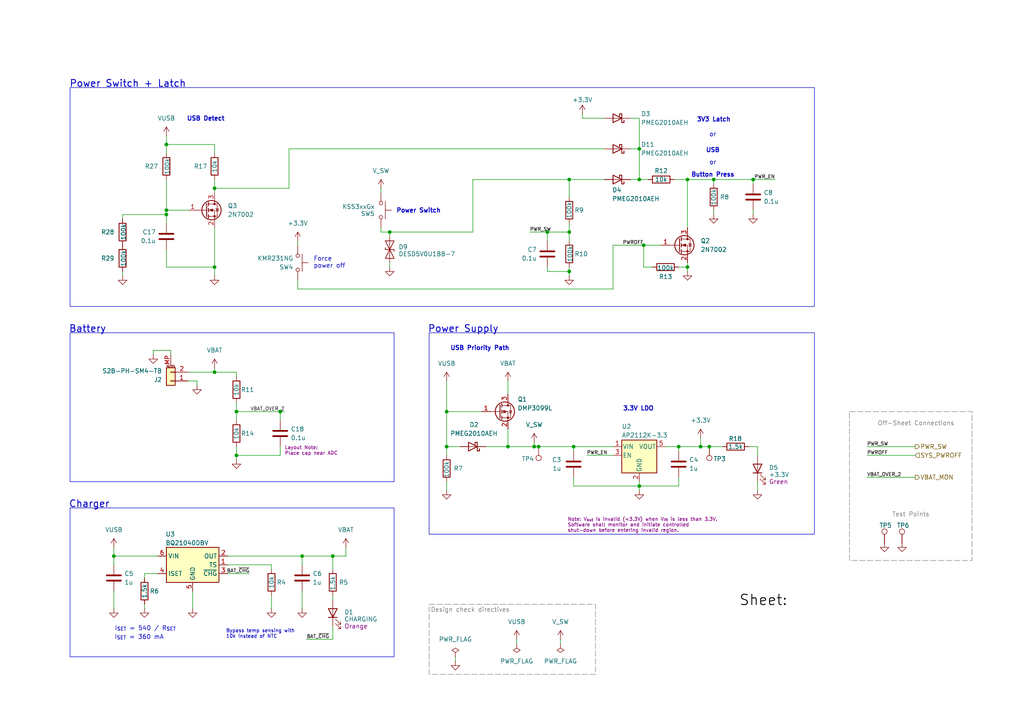
<source format=kicad_sch>
(kicad_sch (version 20250114) (generator "eeschema") (generator_version "9.0")
  (paper "A4")
  (title_block (title "${TITLE}") (date "2025-04-06") (rev "${REVISION}") (company "${COMPANY}") (comment 1 "${LICENSE}") (comment 2 "${COPYRIGHT}"))
  (lib_symbols
    (symbol "Battery_Management:BQ21040DBV"
      (property "Reference" "U" (at -7.62 6.35 0))
      (property "Value" "BQ21040DBV" (at 1.27 6.35 0))
      (symbol "BQ21040DBV_0_1"
        (rectangle (start -7.62 5.08) (end 7.62 -5.08) (stroke (width 0.254)) (fill (type background)))
      )
      (symbol "BQ21040DBV_1_1"
        (pin power_in line (at -10.16 2.54 0) (length 2.54) (name "VIN") (number "6"))
        (pin input line (at -10.16 -2.54 0) (length 2.54) (name "ISET") (number "4"))
        (pin power_in line (at 0 -7.62 90) (length 2.54) (name "GND") (number "5"))
        (pin power_out line (at 10.16 2.54 180) (length 2.54) (name "OUT") (number "2"))
        (pin input line (at 10.16 0 180) (length 2.54) (name "TS") (number "1"))
        (pin open_collector line (at 10.16 -2.54 180) (length 2.54) (name "~{CHG}") (number "3"))
      )
    )
    (symbol "Connector:TestPoint" (pin_numbers (hide yes)) (pin_names (offset 0.762) (hide yes))
      (property "Reference" "TP" (at 0 6.858 0))
      (property "Value" "TestPoint" (at 0 5.08 0))
      (symbol "TestPoint_0_1"
        (circle (center 0 3.302) (radius 0.762))
      )
      (symbol "TestPoint_1_1"
        (pin passive line (at 0 0 90) (length 2.54) (name "1") (number "1"))
      )
    )
    (symbol "Connector_Generic_MountingPin:Conn_01x02_MountingPin" (pin_names (offset 1.016) (hide yes))
      (property "Reference" "J" (at 0 2.54 0))
      (property "Value" "Conn_01x02_MountingPin" (at 1.27 -5.08 0))
      (symbol "Conn_01x02_MountingPin_1_1"
        (rectangle (start -1.27 1.27) (end 1.27 -3.81) (stroke (width 0.254)) (fill (type background)))
        (rectangle (start -1.27 0.127) (end 0 -0.127) (stroke (width 0.1524)))
        (rectangle (start -1.27 -2.413) (end 0 -2.667) (stroke (width 0.1524)))
        (polyline (pts (xy -1.016 -4.572) (xy 1.016 -4.572)) (stroke (width 0.1524)))
        (text "Mounting" (at 0 -4.191 0) (effects (font (size 0.381 0.381))))
        (pin passive line (at -5.08 0 0) (length 3.81) (name "Pin_1") (number "1"))
        (pin passive line (at -5.08 -2.54 0) (length 3.81) (name "Pin_2") (number "2"))
        (pin passive line (at 0 -7.62 90) (length 3.048) (name "MountPin") (number "MP"))
      )
    )
    (symbol "Device:C" (pin_numbers (hide yes)) (pin_names (offset 0.254))
      (property "Reference" "C" (at 0.635 2.54 0))
      (property "Value" "C" (at 0.635 -2.54 0))
      (symbol "C_0_1"
        (polyline (pts (xy -2.032 0.762) (xy 2.032 0.762)) (stroke (width 0.508)))
        (polyline (pts (xy -2.032 -0.762) (xy 2.032 -0.762)) (stroke (width 0.508)))
      )
      (symbol "C_1_1"
        (pin passive line (at 0 3.81 270) (length 2.794) (name "~") (number "1"))
        (pin passive line (at 0 -3.81 90) (length 2.794) (name "~") (number "2"))
      )
    )
    (symbol "Device:LED" (pin_numbers (hide yes)) (pin_names (offset 1.016) (hide yes))
      (property "Reference" "D" (at 0 2.54 0))
      (property "Value" "LED" (at 0 -2.54 0))
      (symbol "LED_0_1"
        (polyline (pts (xy -3.048 -0.762) (xy -4.572 -2.286) (xy -3.81 -2.286) (xy -4.572 -2.286) (xy -4.572 -1.524)))
        (polyline (pts (xy -1.778 -0.762) (xy -3.302 -2.286) (xy -2.54 -2.286) (xy -3.302 -2.286) (xy -3.302 -1.524)))
        (polyline (pts (xy -1.27 0) (xy 1.27 0)))
        (polyline (pts (xy -1.27 -1.27) (xy -1.27 1.27)) (stroke (width 0.254)))
        (polyline (pts (xy 1.27 -1.27) (xy 1.27 1.27) (xy -1.27 0) (xy 1.27 -1.27)) (stroke (width 0.254)))
      )
      (symbol "LED_1_1"
        (pin passive line (at -3.81 0 0) (length 2.54) (name "K") (number "1"))
        (pin passive line (at 3.81 0 180) (length 2.54) (name "A") (number "2"))
      )
    )
    (symbol "Device:R" (pin_numbers (hide yes)) (pin_names (offset 0))
      (property "Reference" "R" (at 2.032 0 90))
      (property "Value" "R" (at 0 0 90))
      (symbol "R_0_1"
        (rectangle (start -1.016 -2.54) (end 1.016 2.54) (stroke (width 0.254)))
      )
      (symbol "R_1_1"
        (pin passive line (at 0 3.81 270) (length 1.27) (name "~") (number "1"))
        (pin passive line (at 0 -3.81 90) (length 1.27) (name "~") (number "2"))
      )
    )
    (symbol "Diode:ESD9B5.0ST5G" (pin_numbers (hide yes)) (pin_names (offset 1.016) (hide yes))
      (property "Reference" "D" (at 0 2.54 0))
      (property "Value" "ESD9B5.0ST5G" (at 0 -2.54 0))
      (symbol "ESD9B5.0ST5G_0_1"
        (polyline (pts (xy -2.54 -1.27) (xy 0 0) (xy -2.54 1.27) (xy -2.54 -1.27)) (stroke (width 0.2032)))
        (polyline (pts (xy 0.508 1.27) (xy 0 1.27) (xy 0 -1.27) (xy -0.508 -1.27)) (stroke (width 0.2032)))
        (polyline (pts (xy 1.27 0) (xy -1.27 0)))
        (polyline (pts (xy 2.54 1.27) (xy 2.54 -1.27) (xy 0 0) (xy 2.54 1.27)) (stroke (width 0.2032)))
      )
      (symbol "ESD9B5.0ST5G_1_1"
        (pin passive line (at -3.81 0 0) (length 2.54) (name "A1") (number "1"))
        (pin passive line (at 3.81 0 180) (length 2.54) (name "A2") (number "2"))
      )
    )
    (symbol "Diode:MBR0520" (pin_numbers (hide yes)) (pin_names (offset 1.016) (hide yes))
      (property "Reference" "D" (at 0 2.54 0))
      (property "Value" "MBR0520" (at 0 -2.54 0))
      (symbol "MBR0520_0_1"
        (polyline (pts (xy -1.905 0.635) (xy -1.905 1.27) (xy -1.27 1.27) (xy -1.27 -1.27) (xy -0.635 -1.27) (xy -0.635 -0.635)) (stroke (width 0.254)))
        (polyline (pts (xy 1.27 1.27) (xy 1.27 -1.27) (xy -1.27 0) (xy 1.27 1.27)) (stroke (width 0.254)))
        (polyline (pts (xy 1.27 0) (xy -1.27 0)))
      )
      (symbol "MBR0520_1_1"
        (pin passive line (at -3.81 0 0) (length 2.54) (name "K") (number "1"))
        (pin passive line (at 3.81 0 180) (length 2.54) (name "A") (number "2"))
      )
    )
    (symbol "Regulator_Linear:AP2112K-3.3" (pin_names (offset 0.254))
      (property "Reference" "U" (at -5.08 5.715 0))
      (property "Value" "AP2112K-3.3" (at 0 5.715 0))
      (symbol "AP2112K-3.3_0_1"
        (rectangle (start -5.08 4.445) (end 5.08 -5.08) (stroke (width 0.254)) (fill (type background)))
      )
      (symbol "AP2112K-3.3_1_1"
        (pin power_in line (at -7.62 2.54 0) (length 2.54) (name "VIN") (number "1"))
        (pin input line (at -7.62 0 0) (length 2.54) (name "EN") (number "3"))
        (pin power_in line (at 0 -7.62 90) (length 2.54) (name "GND") (number "2"))
        (pin no_connect line (at 5.08 0 180) (length 2.54) (hide yes) (name "NC") (number "4"))
        (pin power_out line (at 7.62 2.54 180) (length 2.54) (name "VOUT") (number "5"))
      )
    )
    (symbol "Switch:SW_Push" (pin_numbers (hide yes)) (pin_names (offset 1.016) (hide yes))
      (property "Reference" "SW" (at 1.27 2.54 0))
      (property "Value" "SW_Push" (at 0 -1.524 0))
      (symbol "SW_Push_0_1"
        (circle (center -2.032 0) (radius 0.508))
        (polyline (pts (xy 0 1.27) (xy 0 3.048)))
        (circle (center 2.032 0) (radius 0.508))
        (polyline (pts (xy 2.54 1.27) (xy -2.54 1.27)))
        (pin passive line (at -5.08 0 0) (length 2.54) (name "1") (number "1"))
        (pin passive line (at 5.08 0 180) (length 2.54) (name "2") (number "2"))
      )
    )
    (symbol "Transistor_FET:2N7002" (pin_names (hide yes))
      (property "Reference" "Q" (at 5.08 1.905 0))
      (property "Value" "2N7002" (at 5.08 0 0))
      (symbol "2N7002_0_1"
        (polyline (pts (xy 0.254 1.905) (xy 0.254 -1.905)) (stroke (width 0.254)))
        (polyline (pts (xy 0.254 0) (xy -2.54 0)))
        (polyline (pts (xy 0.762 2.286) (xy 0.762 1.27)) (stroke (width 0.254)))
        (polyline (pts (xy 0.762 0.508) (xy 0.762 -0.508)) (stroke (width 0.254)))
        (polyline (pts (xy 0.762 -1.27) (xy 0.762 -2.286)) (stroke (width 0.254)))
        (polyline (pts (xy 0.762 -1.778) (xy 3.302 -1.778) (xy 3.302 1.778) (xy 0.762 1.778)))
        (polyline (pts (xy 1.016 0) (xy 2.032 0.381) (xy 2.032 -0.381) (xy 1.016 0)) (fill (type outline)))
        (circle (center 1.651 0) (radius 2.794) (stroke (width 0.254)))
        (polyline (pts (xy 2.54 2.54) (xy 2.54 1.778)))
        (circle (center 2.54 1.778) (radius 0.254) (fill (type outline)))
        (circle (center 2.54 -1.778) (radius 0.254) (fill (type outline)))
        (polyline (pts (xy 2.54 -2.54) (xy 2.54 0) (xy 0.762 0)))
        (polyline (pts (xy 2.794 0.508) (xy 2.921 0.381) (xy 3.683 0.381) (xy 3.81 0.254)))
        (polyline (pts (xy 3.302 0.381) (xy 2.921 -0.254) (xy 3.683 -0.254) (xy 3.302 0.381)))
      )
      (symbol "2N7002_1_1"
        (pin input line (at -5.08 0 0) (length 2.54) (name "G") (number "1"))
        (pin passive line (at 2.54 5.08 270) (length 2.54) (name "D") (number "3"))
        (pin passive line (at 2.54 -5.08 90) (length 2.54) (name "S") (number "2"))
      )
    )
    (symbol "Transistor_FET:DMP3099L" (pin_names (offset 0) (hide yes))
      (property "Reference" "Q" (at 5.08 1.905 0))
      (property "Value" "DMP3099L" (at 5.08 0 0))
      (symbol "DMP3099L_0_1"
        (polyline (pts (xy 0.254 1.905) (xy 0.254 -1.905)) (stroke (width 0.254)))
        (polyline (pts (xy 0.254 0) (xy -2.54 0)))
        (polyline (pts (xy 0.762 2.286) (xy 0.762 1.27)) (stroke (width 0.254)))
        (polyline (pts (xy 0.762 1.778) (xy 3.302 1.778) (xy 3.302 -1.778) (xy 0.762 -1.778)))
        (polyline (pts (xy 0.762 0.508) (xy 0.762 -0.508)) (stroke (width 0.254)))
        (polyline (pts (xy 0.762 -1.27) (xy 0.762 -2.286)) (stroke (width 0.254)))
        (circle (center 1.651 0) (radius 2.794) (stroke (width 0.254)))
        (polyline (pts (xy 2.286 0) (xy 1.27 0.381) (xy 1.27 -0.381) (xy 2.286 0)) (fill (type outline)))
        (polyline (pts (xy 2.54 2.54) (xy 2.54 1.778)))
        (circle (center 2.54 1.778) (radius 0.254) (fill (type outline)))
        (circle (center 2.54 -1.778) (radius 0.254) (fill (type outline)))
        (polyline (pts (xy 2.54 -2.54) (xy 2.54 0) (xy 0.762 0)))
        (polyline (pts (xy 2.921 -0.381) (xy 3.683 -0.381)))
        (polyline (pts (xy 3.302 -0.381) (xy 2.921 0.254) (xy 3.683 0.254) (xy 3.302 -0.381)))
      )
      (symbol "DMP3099L_1_1"
        (pin input line (at -5.08 0 0) (length 2.54) (name "G") (number "1"))
        (pin passive line (at 2.54 5.08 270) (length 2.54) (name "D") (number "3"))
        (pin passive line (at 2.54 -5.08 90) (length 2.54) (name "S") (number "2"))
      )
    )
    (symbol "power:+3.3V" (power) (pin_numbers (hide yes)) (pin_names (offset 0) (hide yes))
      (property "Value" "+3.3V" (at 0 3.556 0))
      (symbol "+3.3V_0_1"
        (polyline (pts (xy -0.762 1.27) (xy 0 2.54)))
        (polyline (pts (xy 0 2.54) (xy 0.762 1.27)))
        (polyline (pts (xy 0 0) (xy 0 2.54)))
      )
      (symbol "+3.3V_1_1"
        (pin power_in line (at 0 0 90) (length 0) (name "~") (number "1"))
      )
    )
    (symbol "power:GND" (power) (pin_numbers (hide yes)) (pin_names (offset 0) (hide yes))
      (property "Value" "GND" (at 0 -3.81 0))
      (symbol "GND_0_1"
        (polyline (pts (xy 0 0) (xy 0 -1.27) (xy 1.27 -1.27) (xy 0 -2.54) (xy -1.27 -1.27) (xy 0 -1.27)))
      )
      (symbol "GND_1_1"
        (pin power_in line (at 0 0 270) (length 0) (name "~") (number "1"))
      )
    )
    (symbol "power:PWR_FLAG" (power) (pin_numbers (hide yes)) (pin_names (offset 0) (hide yes))
      (property "Value" "PWR_FLAG" (at 0 3.81 0))
      (symbol "PWR_FLAG_0_0"
        (pin power_out line (at 0 0 90) (length 0) (name "~") (number "1"))
      )
      (symbol "PWR_FLAG_0_1"
        (polyline (pts (xy 0 0) (xy 0 1.27) (xy -1.016 1.905) (xy 0 2.54) (xy 1.016 1.905) (xy 0 1.27)))
      )
    )
    (symbol "power:VBUS" (power) (pin_numbers (hide yes)) (pin_names (offset 0) (hide yes))
      (property "Value" "VBUS" (at 0 3.556 0))
      (symbol "VBUS_0_1"
        (polyline (pts (xy -0.762 1.27) (xy 0 2.54)))
        (polyline (pts (xy 0 2.54) (xy 0.762 1.27)))
        (polyline (pts (xy 0 0) (xy 0 2.54)))
      )
      (symbol "VBUS_1_1"
        (pin power_in line (at 0 0 90) (length 0) (name "~") (number "1"))
      )
    )
  )
  (rectangle (start 124.46 96.52) (end 236.22 154.94))
  (rectangle (start 20.32 96.52) (end 114.3 139.7))
  (rectangle (start 20.32 147.32) (end 114.3 190.5))
  (rectangle (start 124.46 175.26) (end 172.72 195.58) (stroke (width 0) (type dash) (color 132 132 132 1)))
  (rectangle (start 246.38 119.38) (end 281.94 162.56) (stroke (width 0) (type dash) (color 132 132 132 1)))
  (rectangle (start 20.32 25.4) (end 236.22 88.9))
  (text "Power Switch" (at 121.412 61.214 0) (effects (font (size 1.27 1.27) (thickness 0.254) (bold yes))))
  (text "Power Supply" (at 134.366 95.504 0) (effects (font (size 2 2) (thickness 0.254) (bold yes))))
  (text "or" (at 206.756 47.244 0) (effects (font (size 1.27 1.27) (thickness 0.1588))))
  (text "I_{SET} = 540 / R_{SET}" (at 42.164 182.372 0) (effects (font (size 1.27 1.27))))
  (text "3V3 Latch" (at 207.01 34.798 0) (effects (font (size 1.27 1.27) (thickness 0.254) (bold yes))))
  (text "3.3V LDO" (at 185.166 118.618 0) (effects (font (size 1.27 1.27) (thickness 0.254) (bold yes))))
  (text "USB Priority Path" (at 139.192 101.092 0) (effects (font (size 1.27 1.27) (thickness 0.254) (bold yes))))
  (text "or" (at 206.756 39.116 0) (effects (font (size 1.27 1.27) (thickness 0.1588))))
  (text "Note: V_{out} is invalid (<3.3V) when V_{IN} is less than 3.3V.\nSoftware shall monitor and initiate controlled\nshut-down before entering invalid region." (at 164.592 152.4 0) (effects (font (size 1 1)) (justify left)))
  (text "Force\npower off" (at 90.932 76.2 0) (effects (font (size 1.27 1.27)) (justify left)))
  (text "Test Points" (at 264.16 149.352 0) (effects (font (size 1.27 1.27) (thickness 0.1588))))
  (text "Bypass temp sensing with\n10k instead of NTC" (at 65.532 183.896 0) (effects (font (size 1 1)) (justify left)))
  (text "Charger" (at 25.908 146.304 0) (effects (font (size 2 2) (thickness 0.254) (bold yes))))
  (text "Design check directives" (at 136.398 177.038 0) (effects (font (size 1.27 1.27) (thickness 0.1588))))
  (text "I_{SET} = 360 mA" (at 40.386 184.912 0) (effects (font (size 1.27 1.27))))
  (text "Button Press" (at 206.756 50.8 0) (effects (font (size 1.27 1.27) (thickness 0.254) (bold yes))))
  (text "Layout Note:\nPlace cap near ADC" (at 82.55 130.81 0) (effects (font (size 1 1)) (justify left)))
  (text "USB Detect" (at 59.69 34.544 0) (effects (font (size 1.27 1.27) (thickness 0.254) (bold yes))))
  (text "Battery" (at 25.4 95.504 0) (effects (font (size 2 2) (thickness 0.254) (bold yes))))
  (text "Off-Sheet Connections" (at 265.684 122.936 0) (effects (font (size 1.27 1.27) (thickness 0.1588))))
  (text "USB" (at 206.756 43.688 0) (effects (font (size 1.27 1.27) (thickness 0.254) (bold yes))))
  (text "Power Switch + Latch" (at 37.084 24.384 0) (effects (font (size 2 2) (thickness 0.254) (bold yes))))
  (text_box "Sheet: ${SHEETNAME}" (at 213.36 167.64 0) (size 71.12 12.7) (margins 0.9525 0.9525 0.9525 0.9525) (stroke (width -0.0001)) (effects (font (size 3 3) (thickness 0.254) (bold yes)) (justify left)))
  (junction (at 62.23 54.61))
  (junction (at 62.23 77.47))
  (junction (at 203.2 129.54))
  (junction (at 218.44 52.07))
  (junction (at 48.26 62.23))
  (junction (at 185.42 43.18))
  (junction (at 154.94 129.54))
  (junction (at 68.58 132.08))
  (junction (at 129.54 119.38))
  (junction (at 196.85 129.54))
  (junction (at 156.21 129.54))
  (junction (at 199.39 77.47))
  (junction (at 62.23 107.95))
  (junction (at 48.26 41.91))
  (junction (at 166.37 129.54))
  (junction (at 129.54 129.54))
  (junction (at 207.01 52.07))
  (junction (at 205.74 129.54))
  (junction (at 68.58 119.38))
  (junction (at 81.28 119.38))
  (junction (at 96.52 161.29))
  (junction (at 165.1 67.31))
  (junction (at 185.42 140.97))
  (junction (at 186.69 71.12))
  (junction (at 48.26 60.96))
  (junction (at 165.1 52.07))
  (junction (at 87.63 161.29))
  (junction (at 199.39 52.07))
  (junction (at 185.42 52.07))
  (junction (at 113.03 67.31))
  (junction (at 158.75 67.31))
  (junction (at 147.32 129.54))
  (junction (at 33.02 161.29))
  (junction (at 165.1 78.74))
  (wire (pts (xy 251.46 138.43) (xy 265.43 138.43)))
  (wire (pts (xy 182.88 43.18) (xy 185.42 43.18)))
  (wire (pts (xy 207.01 60.96) (xy 207.01 62.23)))
  (wire (pts (xy 182.88 34.29) (xy 185.42 34.29)))
  (wire (pts (xy 196.85 129.54) (xy 203.2 129.54)))
  (wire (pts (xy 110.49 54.61) (xy 110.49 55.88)))
  (wire (pts (xy 33.02 171.45) (xy 33.02 176.53)))
  (wire (pts (xy 68.58 129.54) (xy 68.58 132.08)))
  (wire (pts (xy 48.26 52.07) (xy 48.26 60.96)))
  (wire (pts (xy 251.46 129.54) (xy 265.43 129.54)))
  (wire (pts (xy 137.16 67.31) (xy 137.16 52.07)))
  (wire (pts (xy 81.28 119.38) (xy 81.28 121.92)))
  (wire (pts (xy 166.37 129.54) (xy 177.8 129.54)))
  (wire (pts (xy 195.58 52.07) (xy 199.39 52.07)))
  (wire (pts (xy 129.54 129.54) (xy 129.54 132.08)))
  (wire (pts (xy 219.71 129.54) (xy 219.71 132.08)))
  (wire (pts (xy 41.91 175.26) (xy 41.91 176.53)))
  (wire (pts (xy 207.01 52.07) (xy 207.01 53.34)))
  (wire (pts (xy 186.69 77.47) (xy 186.69 71.12)))
  (wire (pts (xy 166.37 138.43) (xy 166.37 140.97)))
  (wire (pts (xy 158.75 67.31) (xy 153.67 67.31)))
  (wire (pts (xy 48.26 41.91) (xy 62.23 41.91)))
  (wire (pts (xy 87.63 161.29) (xy 87.63 163.83)))
  (wire (pts (xy 62.23 107.95) (xy 68.58 107.95)))
  (wire (pts (xy 166.37 129.54) (xy 166.37 130.81)))
  (wire (pts (xy 66.04 161.29) (xy 87.63 161.29)))
  (wire (pts (xy 54.61 110.49) (xy 57.15 110.49)))
  (wire (pts (xy 132.08 191.77) (xy 132.08 190.5)))
  (wire (pts (xy 165.1 67.31) (xy 165.1 69.85)))
  (wire (pts (xy 199.39 52.07) (xy 207.01 52.07)))
  (wire (pts (xy 205.74 129.54) (xy 209.55 129.54)))
  (wire (pts (xy 129.54 119.38) (xy 139.7 119.38)))
  (wire (pts (xy 62.23 55.88) (xy 62.23 54.61)))
  (wire (pts (xy 251.46 132.08) (xy 265.43 132.08)))
  (wire (pts (xy 156.21 129.54) (xy 166.37 129.54)))
  (wire (pts (xy 203.2 129.54) (xy 205.74 129.54)))
  (wire (pts (xy 196.85 140.97) (xy 185.42 140.97)))
  (wire (pts (xy 48.26 72.39) (xy 48.26 77.47)))
  (wire (pts (xy 185.42 34.29) (xy 185.42 43.18)))
  (wire (pts (xy 62.23 106.68) (xy 62.23 107.95)))
  (wire (pts (xy 154.94 128.27) (xy 154.94 129.54)))
  (wire (pts (xy 165.1 52.07) (xy 175.26 52.07)))
  (wire (pts (xy 203.2 127) (xy 203.2 129.54)))
  (wire (pts (xy 113.03 67.31) (xy 137.16 67.31)))
  (wire (pts (xy 189.23 77.47) (xy 186.69 77.47)))
  (wire (pts (xy 166.37 140.97) (xy 185.42 140.97)))
  (wire (pts (xy 83.82 43.18) (xy 175.26 43.18)))
  (wire (pts (xy 165.1 67.31) (xy 158.75 67.31)))
  (wire (pts (xy 48.26 41.91) (xy 48.26 39.37)))
  (wire (pts (xy 57.15 110.49) (xy 57.15 111.76)))
  (wire (pts (xy 147.32 129.54) (xy 147.32 124.46)))
  (wire (pts (xy 66.04 163.83) (xy 78.74 163.83)))
  (wire (pts (xy 185.42 140.97) (xy 185.42 142.24)))
  (wire (pts (xy 83.82 54.61) (xy 83.82 43.18)))
  (wire (pts (xy 218.44 60.96) (xy 218.44 62.23)))
  (wire (pts (xy 44.45 101.6) (xy 44.45 102.87)))
  (wire (pts (xy 147.32 110.49) (xy 147.32 114.3)))
  (wire (pts (xy 96.52 185.42) (xy 96.52 181.61)))
  (wire (pts (xy 68.58 119.38) (xy 68.58 121.92)))
  (wire (pts (xy 129.54 129.54) (xy 133.35 129.54)))
  (wire (pts (xy 165.1 52.07) (xy 165.1 57.15)))
  (wire (pts (xy 87.63 171.45) (xy 87.63 176.53)))
  (wire (pts (xy 149.86 185.42) (xy 149.86 186.69)))
  (wire (pts (xy 81.28 132.08) (xy 68.58 132.08)))
  (wire (pts (xy 48.26 60.96) (xy 54.61 60.96)))
  (wire (pts (xy 185.42 43.18) (xy 185.42 52.07)))
  (wire (pts (xy 140.97 129.54) (xy 147.32 129.54)))
  (wire (pts (xy 81.28 129.54) (xy 81.28 132.08)))
  (wire (pts (xy 185.42 52.07) (xy 187.96 52.07)))
  (wire (pts (xy 168.91 33.02) (xy 168.91 34.29)))
  (wire (pts (xy 177.8 83.82) (xy 177.8 71.12)))
  (wire (pts (xy 196.85 138.43) (xy 196.85 140.97)))
  (wire (pts (xy 62.23 52.07) (xy 62.23 54.61)))
  (wire (pts (xy 33.02 163.83) (xy 33.02 161.29)))
  (wire (pts (xy 96.52 172.72) (xy 96.52 173.99)))
  (wire (pts (xy 35.56 63.5) (xy 35.56 62.23)))
  (wire (pts (xy 113.03 67.31) (xy 113.03 68.58)))
  (wire (pts (xy 147.32 129.54) (xy 154.94 129.54)))
  (wire (pts (xy 48.26 41.91) (xy 48.26 44.45)))
  (wire (pts (xy 100.33 158.75) (xy 100.33 161.29)))
  (wire (pts (xy 33.02 158.75) (xy 33.02 161.29)))
  (wire (pts (xy 86.36 83.82) (xy 86.36 81.28)))
  (wire (pts (xy 207.01 52.07) (xy 218.44 52.07)))
  (wire (pts (xy 168.91 34.29) (xy 175.26 34.29)))
  (wire (pts (xy 62.23 66.04) (xy 62.23 77.47)))
  (wire (pts (xy 162.56 185.42) (xy 162.56 186.69)))
  (wire (pts (xy 87.63 161.29) (xy 96.52 161.29)))
  (wire (pts (xy 68.58 116.84) (xy 68.58 119.38)))
  (wire (pts (xy 191.77 71.12) (xy 186.69 71.12)))
  (wire (pts (xy 54.61 107.95) (xy 62.23 107.95)))
  (wire (pts (xy 68.58 107.95) (xy 68.58 109.22)))
  (wire (pts (xy 110.49 67.31) (xy 110.49 66.04)))
  (wire (pts (xy 49.53 101.6) (xy 44.45 101.6)))
  (wire (pts (xy 68.58 132.08) (xy 68.58 133.35)))
  (wire (pts (xy 33.02 161.29) (xy 45.72 161.29)))
  (wire (pts (xy 62.23 41.91) (xy 62.23 44.45)))
  (wire (pts (xy 165.1 80.01) (xy 165.1 78.74)))
  (wire (pts (xy 170.18 132.08) (xy 177.8 132.08)))
  (wire (pts (xy 68.58 119.38) (xy 81.28 119.38)))
  (wire (pts (xy 218.44 52.07) (xy 218.44 53.34)))
  (wire (pts (xy 48.26 60.96) (xy 48.26 62.23)))
  (wire (pts (xy 199.39 76.2) (xy 199.39 77.47)))
  (wire (pts (xy 81.28 119.38) (xy 82.55 119.38)))
  (wire (pts (xy 96.52 161.29) (xy 96.52 165.1)))
  (wire (pts (xy 78.74 163.83) (xy 78.74 165.1)))
  (wire (pts (xy 218.44 52.07) (xy 224.79 52.07)))
  (wire (pts (xy 88.9 185.42) (xy 96.52 185.42)))
  (wire (pts (xy 55.88 171.45) (xy 55.88 176.53)))
  (wire (pts (xy 185.42 139.7) (xy 185.42 140.97)))
  (wire (pts (xy 86.36 71.12) (xy 86.36 69.85)))
  (wire (pts (xy 165.1 64.77) (xy 165.1 67.31)))
  (wire (pts (xy 48.26 77.47) (xy 62.23 77.47)))
  (wire (pts (xy 158.75 67.31) (xy 158.75 69.85)))
  (wire (pts (xy 199.39 77.47) (xy 199.39 78.74)))
  (wire (pts (xy 199.39 52.07) (xy 199.39 66.04)))
  (wire (pts (xy 165.1 77.47) (xy 165.1 78.74)))
  (wire (pts (xy 158.75 78.74) (xy 158.75 77.47)))
  (wire (pts (xy 110.49 67.31) (xy 113.03 67.31)))
  (wire (pts (xy 62.23 54.61) (xy 83.82 54.61)))
  (wire (pts (xy 78.74 172.72) (xy 78.74 176.53)))
  (wire (pts (xy 41.91 166.37) (xy 45.72 166.37)))
  (wire (pts (xy 193.04 129.54) (xy 196.85 129.54)))
  (wire (pts (xy 199.39 77.47) (xy 196.85 77.47)))
  (wire (pts (xy 62.23 77.47) (xy 62.23 80.01)))
  (wire (pts (xy 196.85 129.54) (xy 196.85 130.81)))
  (wire (pts (xy 86.36 83.82) (xy 177.8 83.82)))
  (wire (pts (xy 129.54 119.38) (xy 129.54 129.54)))
  (wire (pts (xy 96.52 161.29) (xy 100.33 161.29)))
  (wire (pts (xy 49.53 102.87) (xy 49.53 101.6)))
  (wire (pts (xy 182.88 52.07) (xy 185.42 52.07)))
  (wire (pts (xy 217.17 129.54) (xy 219.71 129.54)))
  (wire (pts (xy 35.56 78.74) (xy 35.56 80.01)))
  (wire (pts (xy 165.1 78.74) (xy 158.75 78.74)))
  (wire (pts (xy 72.39 166.37) (xy 66.04 166.37)))
  (wire (pts (xy 186.69 71.12) (xy 177.8 71.12)))
  (wire (pts (xy 219.71 142.24) (xy 219.71 139.7)))
  (wire (pts (xy 48.26 64.77) (xy 48.26 62.23)))
  (wire (pts (xy 129.54 139.7) (xy 129.54 142.24)))
  (wire (pts (xy 35.56 62.23) (xy 48.26 62.23)))
  (wire (pts (xy 113.03 77.47) (xy 113.03 76.2)))
  (wire (pts (xy 41.91 166.37) (xy 41.91 167.64)))
  (wire (pts (xy 129.54 110.49) (xy 129.54 119.38)))
  (wire (pts (xy 156.21 129.54) (xy 154.94 129.54)))
  (wire (pts (xy 137.16 52.07) (xy 165.1 52.07)))
  (label "VBAT_OVER_2" (at 82.55 119.38 180) (effects (font (size 1 1) (thickness 0.125))))
  (label "PWR_EN" (at 170.18 132.08 0) (effects (font (size 1 1))))
  (label "PWROFF" (at 251.46 132.08 0) (effects (font (size 1 1))))
  (label "BAT_~{CHG}" (at 72.39 166.37 180) (effects (font (size 1 1))))
  (label "PWR_EN" (at 224.79 52.07 180) (effects (font (size 1 1))))
  (label "PWR_SW" (at 153.67 67.31 0) (effects (font (size 1 1))))
  (label "PWROFF" (at 186.69 71.12 180) (effects (font (size 1 1))))
  (label "VBAT_OVER_2" (at 251.46 138.43 0) (effects (font (size 1 1))))
  (label "PWR_SW" (at 251.46 129.54 0) (effects (font (size 1 1))))
  (label "BAT_~{CHG}" (at 88.9 185.42 0) (effects (font (size 1 1))))
  (hierarchical_label "PWR_SW" (shape output) (at 265.43 129.54 0))
  (hierarchical_label "SYS_PWROFF" (shape input) (at 265.43 132.08 0))
  (hierarchical_label "VBAT_MON" (shape output) (at 265.43 138.43 0))
  (symbol (lib_id "Device:R") (at 78.74 168.91 0) (unit 1)
    (property "Reference" "R4" (at 80.264 168.91 0) (effects (justify left)))
    (property "Value" "10k" (at 78.74 168.91 90))
    (property "Footprint" "Resistor_SMD:R_0603_1608Metric" (effects (hide yes)))
    (property "Datasheet" "https://www.lcsc.com/datasheet/lcsc_datasheet_2304140030_YAGEO-RC0603FR-071KL_C22548.pdf" (effects (hide yes)))
    (property "Description" "Resistor" (effects (hide yes)))
    (property "MPN" "RC0603FR-0710KL" (effects (hide yes)))
  )
  (symbol (lib_id "Diode:MBR0520") (at 179.07 34.29 180) (unit 1)
    (property "Reference" "D3" (at 185.928 33.02 0) (effects (justify right)))
    (property "Value" "PMEG2010AEH" (at 185.928 35.56 0) (effects (justify right)))
    (property "Footprint" "Diode_SMD:D_SOD-123" (effects (hide yes)))
    (property "Datasheet" "https://assets.nexperia.com/documents/data-sheet/PMEG2010AEH.pdf" (effects (hide yes)))
    (property "Description" "20V 0.5A Schottky Power Rectifier Diode, SOD-123" (effects (hide yes)))
    (property "MPN" "PMEG2010AEH" (effects (hide yes)))
  )
  (symbol (lib_id "power:GND") (at 218.44 62.23 0) (unit 1)
    (property "Reference" "#PWR032" (effects (hide yes)))
    (property "Value" "GND" (effects (hide yes)))
    (property "Description" "Power symbol creates a global label with name \"GND\" , ground" (effects (hide yes)))
  )
  (symbol (lib_id "power:VBUS") (at 33.02 158.75 0) (unit 1)
    (property "Reference" "#PWR013" (effects (hide yes)))
    (property "Value" "VUSB" (at 33.02 153.67 0))
    (property "Description" "Power symbol creates a global label with name \"VBUS\"" (effects (hide yes)))
  )
  (symbol (lib_id "Device:R") (at 165.1 60.96 180) (unit 1)
    (property "Reference" "R9" (at 166.624 60.96 0) (effects (justify right)))
    (property "Value" "100k" (at 165.1 60.96 90))
    (property "Footprint" "Resistor_SMD:R_0603_1608Metric" (effects (hide yes)))
    (property "Datasheet" "https://www.lcsc.com/datasheet/lcsc_datasheet_2304140030_YAGEO-RC0603FR-071KL_C22548.pdf" (effects (hide yes)))
    (property "Description" "Resistor" (effects (hide yes)))
    (property "MPN" "RC0603FR-07100KL" (effects (hide yes)))
  )
  (symbol (lib_id "power:PWR_FLAG") (at 149.86 186.69 180) (unit 1)
    (property "Reference" "#FLG03" (effects (hide yes)))
    (property "Value" "PWR_FLAG" (at 149.86 191.77 0))
    (property "Description" "Special symbol for telling ERC where power comes from" (effects (hide yes)))
  )
  (symbol (lib_id "power:VBUS") (at 149.86 185.42 0) (unit 1)
    (property "Reference" "#PWR07" (effects (hide yes)))
    (property "Value" "VUSB" (at 149.86 180.34 0))
    (property "Description" "Power symbol creates a global label with name \"VBUS\"" (effects (hide yes)))
  )
  (symbol (lib_id "power:VBUS") (at 154.94 128.27 0) (unit 1)
    (property "Reference" "#PWR059" (effects (hide yes)))
    (property "Value" "V_SW" (at 154.94 123.19 0))
    (property "Description" "Power symbol creates a global label with name \"VBUS\"" (effects (hide yes)))
  )
  (symbol (lib_id "Switch:SW_Push") (at 86.36 76.2 270) (unit 1)
    (property "Reference" "SW4" (at 85.09 77.4701 90) (effects (justify right)))
    (property "Value" "KMR231NG" (at 85.09 74.9301 90) (effects (justify right)))
    (property "Footprint" "Button_Switch_SMD:SW_Push_1P1T_NO_CK_KMR2" (effects (hide yes)))
    (property "Description" "Push button switch, generic, two pins" (effects (hide yes)))
    (property "MPN" "KMR231NG" (effects (hide yes)))
  )
  (symbol (lib_id "Device:R") (at 96.52 168.91 0) (mirror y) (unit 1)
    (property "Reference" "R5" (at 98.298 168.91 0) (effects (justify right)))
    (property "Value" "1.5k" (at 96.52 169.164 90))
    (property "Footprint" "Resistor_SMD:R_0603_1608Metric" (effects (hide yes)))
    (property "Datasheet" "https://www.lcsc.com/datasheet/lcsc_datasheet_2304140030_YAGEO-RC0603FR-071KL_C22548.pdf" (effects (hide yes)))
    (property "Description" "Resistor" (effects (hide yes)))
    (property "MPN" "RC0603FR-071K5L" (effects (hide yes)))
  )
  (symbol (lib_id "power:GND") (at 256.54 157.48 0) (unit 1)
    (property "Reference" "#PWR066" (effects (hide yes)))
    (property "Value" "GND" (effects (hide yes)))
    (property "Description" "Power symbol creates a global label with name \"GND\" , ground" (effects (hide yes)))
  )
  (symbol (lib_id "Device:R") (at 41.91 171.45 0) (unit 1)
    (property "Reference" "R6" (at 43.434 171.45 0) (effects (justify left)))
    (property "Value" "1.5k" (at 41.91 171.45 90))
    (property "Footprint" "Resistor_SMD:R_0603_1608Metric" (effects (hide yes)))
    (property "Datasheet" "https://www.lcsc.com/datasheet/lcsc_datasheet_2304140030_YAGEO-RC0603FR-071KL_C22548.pdf" (effects (hide yes)))
    (property "Description" "Resistor" (effects (hide yes)))
    (property "MPN" "RC0603FR-071K5L" (effects (hide yes)))
  )
  (symbol (lib_id "Device:R") (at 213.36 129.54 90) (mirror x) (unit 1)
    (property "Reference" "R18" (at 211.328 127.254 90) (effects (justify right)))
    (property "Value" "1.5k" (at 213.36 129.54 90))
    (property "Footprint" "Resistor_SMD:R_0603_1608Metric" (effects (hide yes)))
    (property "Datasheet" "https://www.lcsc.com/datasheet/lcsc_datasheet_2304140030_YAGEO-RC0603FR-071KL_C22548.pdf" (effects (hide yes)))
    (property "Description" "Resistor" (effects (hide yes)))
    (property "MPN" "RC0603FR-071K5L" (effects (hide yes)))
  )
  (symbol (lib_id "Device:C") (at 158.75 73.66 0) (unit 1)
    (property "Reference" "C7" (at 155.702 72.39 0) (effects (justify right)))
    (property "Value" "0.1u" (at 155.702 74.93 0) (effects (justify right)))
    (property "Footprint" "Capacitor_SMD:C_0603_1608Metric" (effects (hide yes)))
    (property "Description" "Unpolarized capacitor" (effects (hide yes)))
    (property "MPN" "CL10B104KO8NNNC" (effects (hide yes)))
  )
  (symbol (lib_id "Device:R") (at 35.56 74.93 0) (mirror y) (unit 1)
    (property "Reference" "R29" (at 31.242 74.93 0))
    (property "Value" "100k" (at 35.814 74.93 90))
    (property "Footprint" "Resistor_SMD:R_0603_1608Metric" (effects (hide yes)))
    (property "Datasheet" "https://www.lcsc.com/datasheet/lcsc_datasheet_2304140030_YAGEO-RC0603FR-071KL_C22548.pdf" (effects (hide yes)))
    (property "Description" "Resistor" (effects (hide yes)))
    (property "MPN" "RC0603FR-07100KL" (effects (hide yes)))
  )
  (symbol (lib_id "Device:R") (at 68.58 125.73 0) (mirror y) (unit 1)
    (property "Reference" "R14" (at 69.85 125.73 0) (effects (justify right)))
    (property "Value" "10k" (at 68.58 125.73 90))
    (property "Footprint" "Resistor_SMD:R_0603_1608Metric" (effects (hide yes)))
    (property "Datasheet" "https://www.lcsc.com/datasheet/lcsc_datasheet_2304140030_YAGEO-RC0603FR-071KL_C22548.pdf" (effects (hide yes)))
    (property "Description" "Resistor" (effects (hide yes)))
    (property "MPN" "RC0603FR-0710KL" (effects (hide yes)))
  )
  (symbol (lib_id "power:VBUS") (at 129.54 110.49 0) (unit 1)
    (property "Reference" "#PWR025" (effects (hide yes)))
    (property "Value" "VUSB" (at 129.54 105.41 0))
    (property "Description" "Power symbol creates a global label with name \"VBUS\"" (effects (hide yes)))
  )
  (symbol (lib_id "Connector_Generic_MountingPin:Conn_01x02_MountingPin") (at 49.53 110.49 180) (unit 1)
    (property "Reference" "J2" (at 46.99 110.1345 0) (effects (justify left)))
    (property "Value" "S2B-PH-SM4-TB" (at 46.99 107.5945 0) (effects (justify left)))
    (property "Footprint" "Connector_JST:JST_PH_S2B-PH-SM4-TB_1x02-1MP_P2.00mm_Horizontal" (effects (hide yes)))
    (property "Description" "Generic connectable mounting pin connector, single row, 01x02, script generated (kicad-library-utils/schlib/autogen/connector/)" (effects (hide yes)))
    (property "MPN" "S2B-PH-SM4-TB" (effects (hide yes)))
  )
  (symbol (lib_id "power:GND") (at 219.71 142.24 0) (unit 1)
    (property "Reference" "#PWR043" (effects (hide yes)))
    (property "Value" "GND" (effects (hide yes)))
    (property "Description" "Power symbol creates a global label with name \"GND\" , ground" (effects (hide yes)))
  )
  (symbol (lib_id "Device:R") (at 191.77 52.07 90) (unit 1)
    (property "Reference" "R12" (at 191.77 49.53 90))
    (property "Value" "10k" (at 191.77 52.07 90))
    (property "Footprint" "Resistor_SMD:R_0603_1608Metric" (effects (hide yes)))
    (property "Datasheet" "https://www.lcsc.com/datasheet/lcsc_datasheet_2304140030_YAGEO-RC0603FR-071KL_C22548.pdf" (effects (hide yes)))
    (property "Description" "Resistor" (effects (hide yes)))
    (property "MPN" "RC0603FR-0710KL" (effects (hide yes)))
  )
  (symbol (lib_id "Device:R") (at 207.01 57.15 0) (unit 1)
    (property "Reference" "R8" (at 208.788 57.15 0) (effects (justify left)))
    (property "Value" "100k" (at 207.01 57.15 90))
    (property "Footprint" "Resistor_SMD:R_0603_1608Metric" (effects (hide yes)))
    (property "Datasheet" "https://www.lcsc.com/datasheet/lcsc_datasheet_2304140030_YAGEO-RC0603FR-071KL_C22548.pdf" (effects (hide yes)))
    (property "Description" "Resistor" (effects (hide yes)))
    (property "MPN" "RC0603FR-07100KL" (effects (hide yes)))
  )
  (symbol (lib_id "power:GND") (at 33.02 176.53 0) (unit 1)
    (property "Reference" "#PWR020" (effects (hide yes)))
    (property "Value" "GND" (effects (hide yes)))
    (property "Description" "Power symbol creates a global label with name \"GND\" , ground" (effects (hide yes)))
  )
  (symbol (lib_id "power:GND") (at 35.56 80.01 0) (mirror y) (unit 1)
    (property "Reference" "#PWR036" (effects (hide yes)))
    (property "Value" "GND" (effects (hide yes)))
    (property "Description" "Power symbol creates a global label with name \"GND\" , ground" (effects (hide yes)))
  )
  (symbol (lib_id "power:GND") (at 261.62 157.48 0) (unit 1)
    (property "Reference" "#PWR067" (effects (hide yes)))
    (property "Value" "GND" (effects (hide yes)))
    (property "Description" "Power symbol creates a global label with name \"GND\" , ground" (effects (hide yes)))
  )
  (symbol (lib_id "Diode:ESD9B5.0ST5G") (at 113.03 72.39 90) (unit 1)
    (property "Reference" "D9" (at 115.57 71.628 90) (effects (justify right)))
    (property "Value" "DESD5V0U1BB-7" (at 115.57 73.66 90) (effects (justify right)))
    (property "Footprint" "Diode_SMD:D_SOD-523" (effects (hide yes)))
    (property "Datasheet" "https://www.diodes.com/assets/Datasheets/DESD5V0U1BB.pdf" (effects (hide yes)))
    (property "Description" "ESD protection diode, 5.0Vrwm, SOD-523" (effects (hide yes)))
    (property "MPN" "DESD5V0U1BB-7" (effects (hide yes)))
  )
  (symbol (lib_id "power:GND") (at 129.54 142.24 0) (unit 1)
    (property "Reference" "#PWR012" (effects (hide yes)))
    (property "Value" "GND" (effects (hide yes)))
    (property "Description" "Power symbol creates a global label with name \"GND\" , ground" (effects (hide yes)))
  )
  (symbol (lib_id "Switch:SW_Push") (at 110.49 60.96 270) (unit 1)
    (property "Reference" "SW5" (at 108.712 61.976 90) (effects (justify right)))
    (property "Value" "KSS3xxGx" (at 108.712 59.944 90) (effects (justify right)))
    (property "Footprint" "C&K:SW_KSS323_CNK" (effects (hide yes)))
    (property "Datasheet" "https://www.ckswitches.com/media/1463/kss.pdf" (effects (hide yes)))
    (property "Description" "Tactile Switch SPST-NO Side Actuated Surface Mount, Right Angle" (effects (hide yes)))
    (property "MPN" "KSS321GLFS" (effects (hide yes)))
    (property "Alt1" "KSS331GLFS" (effects (hide yes)))
    (property "Alt2" "KSS351GLFS" (effects (hide yes)))
  )
  (symbol (lib_id "Device:C") (at 87.63 167.64 0) (mirror y) (unit 1)
    (property "Reference" "C6" (at 90.678 166.37 0) (effects (justify right)))
    (property "Value" "1u" (at 90.678 168.91 0) (effects (justify right)))
    (property "Footprint" "Capacitor_SMD:C_0603_1608Metric" (effects (hide yes)))
    (property "Description" "Unpolarized capacitor" (effects (hide yes)))
    (property "MPN" "CL10A105KO8NNNC" (effects (hide yes)))
  )
  (symbol (lib_id "Transistor_FET:2N7002") (at 59.69 60.96 0) (unit 1)
    (property "Reference" "Q3" (at 66.04 59.6899 0) (effects (justify left)))
    (property "Value" "2N7002" (at 66.04 62.2299 0) (effects (justify left)))
    (property "Footprint" "Package_TO_SOT_SMD:SOT-23" (effects (hide yes)))
    (property "Datasheet" "https://www.onsemi.com/pub/Collateral/NDS7002A-D.PDF" (effects (hide yes)))
    (property "Description" "0.115A Id, 60V Vds, N-Channel MOSFET, SOT-23" (effects (hide yes)))
    (property "MPN" "2N7002" (effects (hide yes)))
  )
  (symbol (lib_id "Diode:MBR0520") (at 179.07 43.18 180) (unit 1)
    (property "Reference" "D11" (at 185.928 41.91 0) (effects (justify right)))
    (property "Value" "PMEG2010AEH" (at 185.928 44.45 0) (effects (justify right)))
    (property "Footprint" "Diode_SMD:D_SOD-123" (effects (hide yes)))
    (property "Datasheet" "https://assets.nexperia.com/documents/data-sheet/PMEG2010AEH.pdf" (effects (hide yes)))
    (property "Description" "20V 0.5A Schottky Power Rectifier Diode, SOD-123" (effects (hide yes)))
    (property "MPN" "PMEG2010AEH" (effects (hide yes)))
  )
  (symbol (lib_id "Regulator_Linear:AP2112K-3.3") (at 185.42 132.08 0) (unit 1)
    (property "Reference" "U2" (at 180.34 123.698 0) (effects (justify left)))
    (property "Value" "AP2112K-3.3" (at 180.34 126.238 0) (effects (justify left)))
    (property "Footprint" "Package_TO_SOT_SMD:SOT-23-5" (effects (hide yes)))
    (property "Datasheet" "https://www.diodes.com/assets/Datasheets/AP2112.pdf" (effects (hide yes)))
    (property "Description" "600mA low dropout linear regulator, with enable pin, 3.8V-6V input voltage range, 3.3V fixed positive output, SOT-23-5" (effects (hide yes)))
    (property "MPN" "AP2112K-3.3TRG1" (effects (hide yes)))
  )
  (symbol (lib_id "Device:R") (at 165.1 73.66 0) (mirror y) (unit 1)
    (property "Reference" "R10" (at 166.624 73.66 0) (effects (justify right)))
    (property "Value" "100k" (at 165.354 73.66 90))
    (property "Footprint" "Resistor_SMD:R_0603_1608Metric" (effects (hide yes)))
    (property "Datasheet" "https://www.lcsc.com/datasheet/lcsc_datasheet_2304140030_YAGEO-RC0603FR-071KL_C22548.pdf" (effects (hide yes)))
    (property "Description" "Resistor" (effects (hide yes)))
    (property "MPN" "RC0603FR-07100KL" (effects (hide yes)))
  )
  (symbol (lib_id "Device:C") (at 33.02 167.64 0) (mirror y) (unit 1)
    (property "Reference" "C5" (at 36.068 166.37 0) (effects (justify right)))
    (property "Value" "1u" (at 36.068 168.91 0) (effects (justify right)))
    (property "Footprint" "Capacitor_SMD:C_0603_1608Metric" (effects (hide yes)))
    (property "Description" "Unpolarized capacitor" (effects (hide yes)))
    (property "MPN" "CL10A105KO8NNNC" (effects (hide yes)))
  )
  (symbol (lib_id "power:GND") (at 185.42 142.24 0) (unit 1)
    (property "Reference" "#PWR026" (effects (hide yes)))
    (property "Value" "GND" (effects (hide yes)))
    (property "Description" "Power symbol creates a global label with name \"GND\" , ground" (effects (hide yes)))
  )
  (symbol (lib_id "power:PWR_FLAG") (at 162.56 186.69 180) (unit 1)
    (property "Reference" "#FLG04" (effects (hide yes)))
    (property "Value" "PWR_FLAG" (at 162.56 191.77 0))
    (property "Description" "Special symbol for telling ERC where power comes from" (effects (hide yes)))
  )
  (symbol (lib_id "power:VBUS") (at 162.56 185.42 0) (unit 1)
    (property "Reference" "#PWR061" (effects (hide yes)))
    (property "Value" "V_SW" (at 162.56 180.34 0))
    (property "Description" "Power symbol creates a global label with name \"VBUS\"" (effects (hide yes)))
  )
  (symbol (lib_id "Connector:TestPoint") (at 156.21 129.54 180) (unit 1) (in_bom no)
    (property "Reference" "TP4" (at 154.94 133.096 0) (effects (justify left)))
    (property "Value" "V_SW" (effects (hide yes)))
    (property "Footprint" "M20048-1:TestPoint_Pad_D1.5mm_WITH_LABEL" (effects (hide yes)))
    (property "Description" "test point" (effects (hide yes)))
  )
  (symbol (lib_id "Device:LED") (at 96.52 177.8 90) (unit 1)
    (property "Reference" "D1" (at 99.822 177.546 90) (effects (justify right)))
    (property "Value" "CHARGING" (at 99.822 179.578 90) (effects (justify right)))
    (property "Footprint" "Diode_SMD:D_0603_1608Metric" (effects (hide yes)))
    (property "Datasheet" "https://optoelectronics.liteon.com/upload/download/DS-22-99-0186/LTST-C190KFKT.PDF" (effects (hide yes)))
    (property "Description" "Orange" (at 99.822 181.61 90) (effects (justify right)))
    (property "Sim.Pins" "1=K 2=A" (effects (hide yes)))
    (property "MPN" "LTST-C190KFKT" (effects (hide yes)))
  )
  (symbol (lib_id "power:GND") (at 62.23 80.01 0) (mirror y) (unit 1)
    (property "Reference" "#PWR034" (effects (hide yes)))
    (property "Value" "GND" (effects (hide yes)))
    (property "Description" "Power symbol creates a global label with name \"GND\" , ground" (effects (hide yes)))
  )
  (symbol (lib_id "power:VBUS") (at 110.49 54.61 0) (unit 1)
    (property "Reference" "#PWR063" (effects (hide yes)))
    (property "Value" "V_SW" (at 110.49 49.53 0))
    (property "Description" "Power symbol creates a global label with name \"VBUS\"" (effects (hide yes)))
  )
  (symbol (lib_id "Diode:MBR0520") (at 179.07 52.07 180) (unit 1)
    (property "Reference" "D4" (at 177.546 55.118 0) (effects (justify right)))
    (property "Value" "PMEG2010AEH" (at 177.546 57.658 0) (effects (justify right)))
    (property "Footprint" "Diode_SMD:D_SOD-123" (effects (hide yes)))
    (property "Datasheet" "https://assets.nexperia.com/documents/data-sheet/PMEG2010AEH.pdf" (effects (hide yes)))
    (property "Description" "20V 0.5A Schottky Power Rectifier Diode, SOD-123" (effects (hide yes)))
    (property "MPN" "PMEG2010AEH" (effects (hide yes)))
  )
  (symbol (lib_id "power:+3.3V") (at 168.91 33.02 0) (unit 1)
    (property "Reference" "#PWR029" (effects (hide yes)))
    (property "Value" "+3.3V" (at 168.91 28.956 0))
    (property "Description" "Power symbol creates a global label with name \"+3.3V\"" (effects (hide yes)))
  )
  (symbol (lib_id "Battery_Management:BQ21040DBV") (at 55.88 163.83 0) (unit 1)
    (property "Reference" "U3" (at 48.006 154.94 0) (effects (justify left)))
    (property "Value" "BQ21040DBV" (at 48.006 157.48 0) (effects (justify left)))
    (property "Footprint" "Package_TO_SOT_SMD:SOT-23-6" (effects (hide yes)))
    (property "Datasheet" "https://www.ti.com/lit/ds/symlink/bq21040.pdf" (effects (hide yes)))
    (property "Description" "Single cell, 0.8A Li-Ion/Li-Po linear charge management controller, up to 30V input, 4.2V charge voltage, Open-Drain Status Output, Temperature sense input, SOT-23-6" (effects (hide yes)))
    (property "MPN" "BQ21040DBV" (effects (hide yes)))
  )
  (symbol (lib_id "power:GND") (at 68.58 133.35 0) (unit 1)
    (property "Reference" "#PWR033" (effects (hide yes)))
    (property "Value" "GND" (effects (hide yes)))
    (property "Description" "Power symbol creates a global label with name \"GND\" , ground" (effects (hide yes)))
  )
  (symbol (lib_id "power:GND") (at 132.08 191.77 0) (unit 1)
    (property "Reference" "#PWR04" (effects (hide yes)))
    (property "Value" "GND" (effects (hide yes)))
    (property "Description" "Power symbol creates a global label with name \"GND\" , ground" (effects (hide yes)))
  )
  (symbol (lib_id "Transistor_FET:DMP3099L") (at 144.78 119.38 0) (unit 1)
    (property "Reference" "Q1" (at 150.114 115.824 0) (effects (justify left)))
    (property "Value" "DMP3099L" (at 150.114 118.364 0) (effects (justify left)))
    (property "Footprint" "Package_TO_SOT_SMD:SOT-23" (effects (hide yes)))
    (property "Datasheet" "https://www.diodes.com/assets/Datasheets/DMP3099L.pdf" (effects (hide yes)))
    (property "Description" "-3.8A Id, -30V Vds, P-Channel MOSFET, SOT-23" (effects (hide yes)))
    (property "MPN" "DMP3099L" (effects (hide yes)))
  )
  (symbol (lib_id "power:GND") (at 55.88 176.53 0) (unit 1)
    (property "Reference" "#PWR015" (effects (hide yes)))
    (property "Value" "GND" (effects (hide yes)))
    (property "Description" "Power symbol creates a global label with name \"GND\" , ground" (effects (hide yes)))
  )
  (symbol (lib_id "Connector:TestPoint") (at 205.74 129.54 180) (unit 1) (in_bom no)
    (property "Reference" "TP3" (at 210.566 133.096 0) (effects (justify left)))
    (property "Value" "3.3V" (effects (hide yes)))
    (property "Footprint" "M20048-1:TestPoint_Pad_D1.5mm_WITH_LABEL" (effects (hide yes)))
    (property "Description" "test point" (effects (hide yes)))
  )
  (symbol (lib_id "power:VBUS") (at 48.26 39.37 0) (unit 1)
    (property "Reference" "#PWR075" (effects (hide yes)))
    (property "Value" "VUSB" (at 48.26 34.29 0))
    (property "Description" "Power symbol creates a global label with name \"VBUS\"" (effects (hide yes)))
  )
  (symbol (lib_id "power:+3.3V") (at 86.36 69.85 0) (mirror y) (unit 1)
    (property "Reference" "#PWR058" (effects (hide yes)))
    (property "Value" "+3.3V" (at 86.36 64.77 0))
    (property "Description" "Power symbol creates a global label with name \"+3.3V\"" (effects (hide yes)))
  )
  (symbol (lib_id "Device:C") (at 81.28 125.73 0) (mirror y) (unit 1)
    (property "Reference" "C18" (at 84.328 124.46 0) (effects (justify right)))
    (property "Value" "0.1u" (at 84.328 127 0) (effects (justify right)))
    (property "Footprint" "Capacitor_SMD:C_0603_1608Metric" (effects (hide yes)))
    (property "Description" "Unpolarized capacitor" (effects (hide yes)))
    (property "MPN" "CL10B104KO8NNNC" (effects (hide yes)))
  )
  (symbol (lib_id "power:GND") (at 44.45 102.87 0) (unit 1)
    (property "Reference" "#PWR023" (effects (hide yes)))
    (property "Value" "GND" (effects (hide yes)))
    (property "Description" "Power symbol creates a global label with name \"GND\" , ground" (effects (hide yes)))
  )
  (symbol (lib_id "Device:R") (at 62.23 48.26 180) (unit 1)
    (property "Reference" "R17" (at 58.166 48.26 0))
    (property "Value" "10k" (at 62.23 48.26 90))
    (property "Footprint" "Resistor_SMD:R_0603_1608Metric" (effects (hide yes)))
    (property "Datasheet" "https://www.lcsc.com/datasheet/lcsc_datasheet_2304140030_YAGEO-RC0603FR-071KL_C22548.pdf" (effects (hide yes)))
    (property "Description" "Resistor" (effects (hide yes)))
    (property "MPN" "RC0603FR-0710KL" (effects (hide yes)))
  )
  (symbol (lib_id "Device:R") (at 35.56 67.31 0) (mirror y) (unit 1)
    (property "Reference" "R28" (at 31.242 67.31 0))
    (property "Value" "100k" (at 35.814 67.31 90))
    (property "Footprint" "Resistor_SMD:R_0603_1608Metric" (effects (hide yes)))
    (property "Datasheet" "https://www.lcsc.com/datasheet/lcsc_datasheet_2304140030_YAGEO-RC0603FR-071KL_C22548.pdf" (effects (hide yes)))
    (property "Description" "Resistor" (effects (hide yes)))
    (property "MPN" "RC0603FR-07100KL" (effects (hide yes)))
  )
  (symbol (lib_id "power:GND") (at 78.74 176.53 0) (unit 1)
    (property "Reference" "#PWR016" (effects (hide yes)))
    (property "Value" "GND" (effects (hide yes)))
    (property "Description" "Power symbol creates a global label with name \"GND\" , ground" (effects (hide yes)))
  )
  (symbol (lib_id "Connector:TestPoint") (at 256.54 157.48 0) (unit 1) (in_bom no)
    (property "Reference" "TP5" (at 255.016 152.4 0) (effects (justify left)))
    (property "Value" "GND" (effects (hide yes)))
    (property "Footprint" "M20048-1:TestPoint_Pad_D1.5mm_WITH_LABEL" (effects (hide yes)))
    (property "Description" "test point" (effects (hide yes)))
  )
  (symbol (lib_id "Device:R") (at 193.04 77.47 270) (mirror x) (unit 1)
    (property "Reference" "R13" (at 193.04 80.264 90))
    (property "Value" "100k" (at 193.04 77.724 90))
    (property "Footprint" "Resistor_SMD:R_0603_1608Metric" (effects (hide yes)))
    (property "Datasheet" "https://www.lcsc.com/datasheet/lcsc_datasheet_2304140030_YAGEO-RC0603FR-071KL_C22548.pdf" (effects (hide yes)))
    (property "Description" "Resistor" (effects (hide yes)))
    (property "MPN" "RC0603FR-07100KL" (effects (hide yes)))
  )
  (symbol (lib_id "power:PWR_FLAG") (at 132.08 190.5 0) (unit 1)
    (property "Reference" "#FLG02" (effects (hide yes)))
    (property "Value" "PWR_FLAG" (at 132.08 185.42 0))
    (property "Description" "Special symbol for telling ERC where power comes from" (effects (hide yes)))
  )
  (symbol (lib_id "Device:R") (at 68.58 113.03 180) (unit 1)
    (property "Reference" "R11" (at 69.85 113.03 0) (effects (justify right)))
    (property "Value" "10k" (at 68.58 113.03 90))
    (property "Footprint" "Resistor_SMD:R_0603_1608Metric" (effects (hide yes)))
    (property "Datasheet" "https://www.lcsc.com/datasheet/lcsc_datasheet_2304140030_YAGEO-RC0603FR-071KL_C22548.pdf" (effects (hide yes)))
    (property "Description" "Resistor" (effects (hide yes)))
    (property "MPN" "RC0603FR-0710KL" (effects (hide yes)))
  )
  (symbol (lib_id "power:GND") (at 113.03 77.47 0) (unit 1)
    (property "Reference" "#PWR065" (effects (hide yes)))
    (property "Value" "GND" (effects (hide yes)))
    (property "Description" "Power symbol creates a global label with name \"GND\" , ground" (effects (hide yes)))
  )
  (symbol (lib_id "power:+3.3V") (at 203.2 127 0) (unit 1)
    (property "Reference" "#PWR011" (effects (hide yes)))
    (property "Value" "+3.3V" (at 203.2 121.92 0))
    (property "Description" "Power symbol creates a global label with name \"+3.3V\"" (effects (hide yes)))
  )
  (symbol (lib_id "Device:C") (at 166.37 134.62 0) (mirror y) (unit 1)
    (property "Reference" "C3" (at 162.814 133.35 0) (effects (justify left)))
    (property "Value" "1u" (at 162.814 135.89 0) (effects (justify left)))
    (property "Footprint" "Capacitor_SMD:C_0603_1608Metric" (effects (hide yes)))
    (property "Description" "Unpolarized capacitor" (effects (hide yes)))
    (property "MPN" "CL10A105KO8NNNC" (effects (hide yes)))
  )
  (symbol (lib_id "Device:R") (at 129.54 135.89 0) (unit 1)
    (property "Reference" "R7" (at 131.572 135.89 0) (effects (justify left)))
    (property "Value" "100k" (at 129.54 136.144 90))
    (property "Footprint" "Resistor_SMD:R_0603_1608Metric" (effects (hide yes)))
    (property "Datasheet" "https://www.lcsc.com/datasheet/lcsc_datasheet_2304140030_YAGEO-RC0603FR-071KL_C22548.pdf" (effects (hide yes)))
    (property "Description" "Resistor" (effects (hide yes)))
    (property "MPN" "RC0603FR-07100KL" (effects (hide yes)))
  )
  (symbol (lib_id "Device:C") (at 48.26 68.58 0) (unit 1)
    (property "Reference" "C17" (at 45.212 67.31 0) (effects (justify right)))
    (property "Value" "0.1u" (at 45.212 69.85 0) (effects (justify right)))
    (property "Footprint" "Capacitor_SMD:C_0603_1608Metric" (effects (hide yes)))
    (property "Description" "Unpolarized capacitor" (effects (hide yes)))
    (property "MPN" "CL10B104KO8NNNC" (effects (hide yes)))
  )
  (symbol (lib_id "Connector:TestPoint") (at 261.62 157.48 0) (unit 1) (in_bom no)
    (property "Reference" "TP6" (at 260.096 152.4 0) (effects (justify left)))
    (property "Value" "GND" (effects (hide yes)))
    (property "Footprint" "M20048-1:TestPoint_Pad_D1.5mm_WITH_LABEL" (effects (hide yes)))
    (property "Description" "test point" (effects (hide yes)))
  )
  (symbol (lib_id "power:GND") (at 165.1 80.01 0) (mirror y) (unit 1)
    (property "Reference" "#PWR030" (effects (hide yes)))
    (property "Value" "GND" (effects (hide yes)))
    (property "Description" "Power symbol creates a global label with name \"GND\" , ground" (effects (hide yes)))
  )
  (symbol (lib_id "power:GND") (at 199.39 78.74 0) (mirror y) (unit 1)
    (property "Reference" "#PWR031" (effects (hide yes)))
    (property "Value" "GND" (effects (hide yes)))
    (property "Description" "Power symbol creates a global label with name \"GND\" , ground" (effects (hide yes)))
  )
  (symbol (lib_id "power:VBUS") (at 100.33 158.75 0) (unit 1)
    (property "Reference" "#PWR017" (effects (hide yes)))
    (property "Value" "VBAT" (at 100.33 153.67 0))
    (property "Description" "Power symbol creates a global label with name \"VBUS\"" (effects (hide yes)))
  )
  (symbol (lib_id "power:GND") (at 207.01 62.23 0) (unit 1)
    (property "Reference" "#PWR028" (effects (hide yes)))
    (property "Value" "GND" (effects (hide yes)))
    (property "Description" "Power symbol creates a global label with name \"GND\" , ground" (effects (hide yes)))
  )
  (symbol (lib_id "Device:R") (at 48.26 48.26 0) (mirror y) (unit 1)
    (property "Reference" "R27" (at 43.942 48.26 0))
    (property "Value" "100k" (at 48.514 48.26 90))
    (property "Footprint" "Resistor_SMD:R_0603_1608Metric" (effects (hide yes)))
    (property "Datasheet" "https://www.lcsc.com/datasheet/lcsc_datasheet_2304140030_YAGEO-RC0603FR-071KL_C22548.pdf" (effects (hide yes)))
    (property "Description" "Resistor" (effects (hide yes)))
    (property "MPN" "RC0603FR-07100KL" (effects (hide yes)))
  )
  (symbol (lib_id "Device:C") (at 196.85 134.62 0) (mirror y) (unit 1)
    (property "Reference" "C4" (at 199.898 133.35 0) (effects (justify right)))
    (property "Value" "1u" (at 199.898 135.89 0) (effects (justify right)))
    (property "Footprint" "Capacitor_SMD:C_0603_1608Metric" (effects (hide yes)))
    (property "Description" "Unpolarized capacitor" (effects (hide yes)))
    (property "MPN" "CL10A105KO8NNNC" (effects (hide yes)))
  )
  (symbol (lib_id "power:GND") (at 41.91 176.53 0) (unit 1)
    (property "Reference" "#PWR019" (effects (hide yes)))
    (property "Value" "GND" (effects (hide yes)))
    (property "Description" "Power symbol creates a global label with name \"GND\" , ground" (effects (hide yes)))
  )
  (symbol (lib_id "power:VBUS") (at 62.23 106.68 0) (unit 1)
    (property "Reference" "#PWR022" (effects (hide yes)))
    (property "Value" "VBAT" (at 62.23 101.6 0))
    (property "Description" "Power symbol creates a global label with name \"VBUS\"" (effects (hide yes)))
  )
  (symbol (lib_id "Device:C") (at 218.44 57.15 0) (mirror y) (unit 1)
    (property "Reference" "C8" (at 221.488 55.88 0) (effects (justify right)))
    (property "Value" "0.1u" (at 221.488 58.42 0) (effects (justify right)))
    (property "Footprint" "Capacitor_SMD:C_0603_1608Metric" (effects (hide yes)))
    (property "Description" "Unpolarized capacitor" (effects (hide yes)))
    (property "MPN" "CL10B104KO8NNNC" (effects (hide yes)))
  )
  (symbol (lib_id "power:GND") (at 57.15 111.76 0) (unit 1)
    (property "Reference" "#PWR021" (effects (hide yes)))
    (property "Value" "GND" (effects (hide yes)))
    (property "Description" "Power symbol creates a global label with name \"GND\" , ground" (effects (hide yes)))
  )
  (symbol (lib_id "Device:LED") (at 219.71 135.89 90) (unit 1)
    (property "Reference" "D5" (at 223.012 135.636 90) (effects (justify right)))
    (property "Value" "+3.3V" (at 223.012 137.668 90) (effects (justify right)))
    (property "Footprint" "Diode_SMD:D_0603_1608Metric" (effects (hide yes)))
    (property "Datasheet" "https://mm.digikey.com/Volume0/opasdata/d220001/medias/docus/858/LTST-C190GKT.pdf" (effects (hide yes)))
    (property "Description" "Green" (at 223.012 139.7 90) (effects (justify right)))
    (property "Sim.Pins" "1=K 2=A" (effects (hide yes)))
    (property "MPN" "LTST-C190GKT" (effects (hide yes)))
  )
  (symbol (lib_id "power:VBUS") (at 147.32 110.49 0) (unit 1)
    (property "Reference" "#PWR024" (effects (hide yes)))
    (property "Value" "VBAT" (at 147.32 105.41 0))
    (property "Description" "Power symbol creates a global label with name \"VBUS\"" (effects (hide yes)))
  )
  (symbol (lib_id "Diode:MBR0520") (at 137.16 129.54 180) (unit 1)
    (property "Reference" "D2" (at 137.4775 123.19 0))
    (property "Value" "PMEG2010AEH" (at 137.4775 125.73 0))
    (property "Footprint" "Diode_SMD:D_SOD-123" (effects (hide yes)))
    (property "Datasheet" "https://assets.nexperia.com/documents/data-sheet/PMEG2010AEH.pdf" (effects (hide yes)))
    (property "Description" "20V 0.5A Schottky Power Rectifier Diode, SOD-123" (effects (hide yes)))
    (property "MPN" "PMEG2010AEH" (effects (hide yes)))
  )
  (symbol (lib_id "Transistor_FET:2N7002") (at 196.85 71.12 0) (unit 1)
    (property "Reference" "Q2" (at 203.2 69.8499 0) (effects (justify left)))
    (property "Value" "2N7002" (at 203.2 72.3899 0) (effects (justify left)))
    (property "Footprint" "Package_TO_SOT_SMD:SOT-23" (effects (hide yes)))
    (property "Datasheet" "https://www.onsemi.com/pub/Collateral/NDS7002A-D.PDF" (effects (hide yes)))
    (property "Description" "0.115A Id, 60V Vds, N-Channel MOSFET, SOT-23" (effects (hide yes)))
    (property "MPN" "2N7002" (effects (hide yes)))
  )
  (symbol (lib_id "power:GND") (at 87.63 176.53 0) (unit 1)
    (property "Reference" "#PWR018" (effects (hide yes)))
    (property "Value" "GND" (effects (hide yes)))
    (property "Description" "Power symbol creates a global label with name \"GND\" , ground" (effects (hide yes)))
  )
)
</source>
